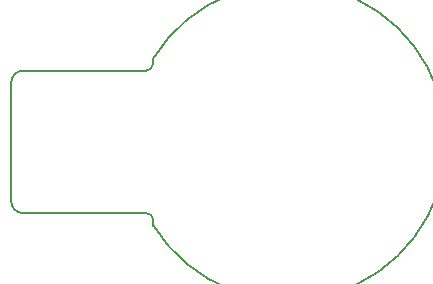
<source format=gm1>
G04 #@! TF.GenerationSoftware,KiCad,Pcbnew,(2017-01-24 revision 0b6147e)-makepkg*
G04 #@! TF.CreationDate,2017-09-23T14:32:10-07:00*
G04 #@! TF.ProjectId,LIR2032Charger,4C495232303332436861726765722E6B,rev?*
G04 #@! TF.FileFunction,Profile,NP*
%FSLAX46Y46*%
G04 Gerber Fmt 4.6, Leading zero omitted, Abs format (unit mm)*
G04 Created by KiCad (PCBNEW (2017-01-24 revision 0b6147e)-makepkg) date 09/23/17 14:32:10*
%MOMM*%
%LPD*%
G01*
G04 APERTURE LIST*
%ADD10C,0.100000*%
%ADD11C,0.150000*%
G04 APERTURE END LIST*
D10*
D11*
X115530000Y-101430000D02*
G75*
G02X116130000Y-102030000I0J-600000D01*
G01*
X115500000Y-89370000D02*
G75*
G03X116100000Y-88770000I0J600000D01*
G01*
X116100000Y-88370000D02*
X116100000Y-88770000D01*
X105100000Y-89370000D02*
X115500000Y-89370000D01*
X116130000Y-102483380D02*
X116130000Y-102030000D01*
X116133032Y-102483380D02*
G75*
G03X116100000Y-88370000I11386968J7083380D01*
G01*
X104100000Y-90370000D02*
X104100000Y-100430000D01*
X115530000Y-101430000D02*
X105100000Y-101430000D01*
X104100000Y-100430000D02*
G75*
G03X105100000Y-101430000I1000000J0D01*
G01*
X105100000Y-89370000D02*
G75*
G03X104100000Y-90370000I0J-1000000D01*
G01*
M02*

</source>
